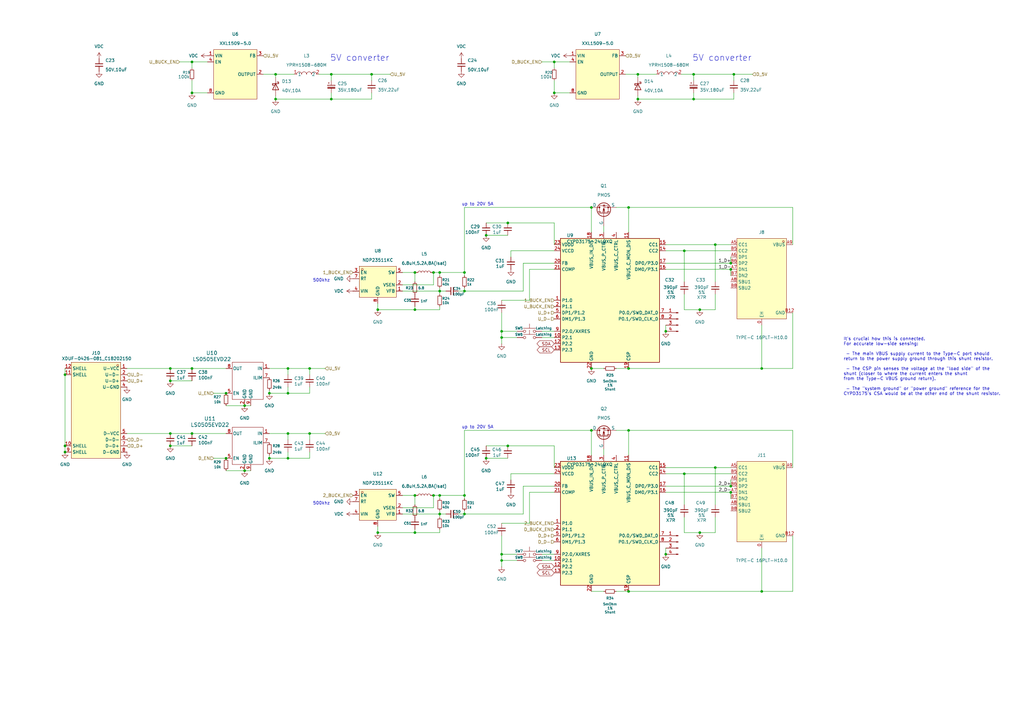
<source format=kicad_sch>
(kicad_sch (version 20250114) (generator "eeschema") (generator_version "9.0")
  (paper "A3")
  (text "up to 20V 5A" (at 202.438 175.26 0) (effects (font (size 1.27 1.27)) (justify right)))
  (text "5V converter" (at 296.164 23.876 0) (effects (font (size 2.54 2.54))))
  (text "up to 20V 5A" (at 202.438 83.82 0) (effects (font (size 1.27 1.27)) (justify right)))
  (text "500khz" (at 131.826 206.502 0) (effects (font (size 1.27 1.27))))
  (text "500khz" (at 131.826 115.062 0) (effects (font (size 1.27 1.27))))
  (text "5V converter" (at 147.574 23.876 0) (effects (font (size 2.54 2.54))))
  (text "It's crucial how this is connected.\nFor accurate low-side sensing:\n\n - The main VBUS supply current to the Type-C port should\nreturn to the power supply ground through this shunt resistor.\n\n - The CSP pin senses the voltage at the \"load side\" of the\nshunt (closer to where the current enters the shunt\nfrom the Type-C VBUS ground return).\n\n - The \"system ground\" or \"power ground\" reference for the\nCYPD3175's CSA would be at the other end of the shunt resistor." (at 345.948 150.368 0) (effects (font (size 1.27 1.27)) (justify left)))
  (junction (at 312.42 151.13))
  (junction (at 284.48 40.64))
  (junction (at 299.72 110.49))
  (junction (at 190.5 119.38))
  (junction (at 180.34 203.2))
  (junction (at 110.49 187.96))
  (junction (at 287.02 127))
  (junction (at 78.74 177.8))
  (junction (at 257.81 242.57))
  (junction (at 100.33 166.37))
  (junction (at 92.71 161.29))
  (junction (at 261.62 40.64))
  (junction (at 199.39 187.96))
  (junction (at 154.94 127))
  (junction (at 69.85 151.13))
  (junction (at 78.74 151.13))
  (junction (at 257.81 176.53))
  (junction (at 257.81 151.13))
  (junction (at 287.02 218.44))
  (junction (at 280.67 194.31))
  (junction (at 127 177.8))
  (junction (at 190.5 203.2))
  (junction (at 177.8 203.2))
  (junction (at 242.57 85.09))
  (junction (at 293.37 191.77))
  (junction (at 180.34 119.38))
  (junction (at 135.89 30.48))
  (junction (at 154.94 218.44))
  (junction (at 170.18 218.44))
  (junction (at 208.28 91.44))
  (junction (at 26.67 185.42))
  (junction (at 69.85 182.88))
  (junction (at 293.37 100.33))
  (junction (at 113.03 40.64))
  (junction (at 69.85 177.8))
  (junction (at 26.67 153.67))
  (junction (at 242.57 176.53))
  (junction (at 180.34 111.76))
  (junction (at 190.5 111.76))
  (junction (at 135.89 40.64))
  (junction (at 152.4 30.48))
  (junction (at 299.72 201.93))
  (junction (at 170.18 111.76))
  (junction (at 273.05 227.33))
  (junction (at 118.11 187.96))
  (junction (at 205.74 135.89))
  (junction (at 26.67 182.88))
  (junction (at 257.81 85.09))
  (junction (at 199.39 96.52))
  (junction (at 280.67 102.87))
  (junction (at 208.28 182.88))
  (junction (at 227.33 25.4))
  (junction (at 170.18 203.2))
  (junction (at 242.57 151.13))
  (junction (at 205.74 229.87))
  (junction (at 299.72 199.39))
  (junction (at 78.74 38.1))
  (junction (at 177.8 111.76))
  (junction (at 118.11 177.8))
  (junction (at 205.74 138.43))
  (junction (at 312.42 242.57))
  (junction (at 100.33 193.04))
  (junction (at 273.05 135.89))
  (junction (at 118.11 151.13))
  (junction (at 78.74 25.4))
  (junction (at 110.49 161.29))
  (junction (at 300.99 30.48))
  (junction (at 190.5 210.82))
  (junction (at 69.85 156.21))
  (junction (at 299.72 107.95))
  (junction (at 118.11 161.29))
  (junction (at 261.62 30.48))
  (junction (at 227.33 38.1))
  (junction (at 92.71 187.96))
  (junction (at 113.03 30.48))
  (junction (at 284.48 30.48))
  (junction (at 180.34 210.82))
  (junction (at 127 151.13))
  (junction (at 170.18 127))
  (junction (at 205.74 227.33))
  (wire (pts (xy 170.18 127) (xy 180.34 127)))
  (wire (pts (xy 273.05 110.49) (xy 299.72 110.49)))
  (wire (pts (xy 222.25 227.33) (xy 227.33 227.33)))
  (wire (pts (xy 261.62 40.64) (xy 284.48 40.64)))
  (wire (pts (xy 52.07 177.8) (xy 69.85 177.8)))
  (wire (pts (xy 227.33 25.4) (xy 227.33 27.94)))
  (wire (pts (xy 135.89 40.64) (xy 135.89 38.1)))
  (wire (pts (xy 78.74 177.8) (xy 92.71 177.8)))
  (wire (pts (xy 300.99 30.48) (xy 308.61 30.48)))
  (wire (pts (xy 170.18 203.2) (xy 170.18 207.01)))
  (wire (pts (xy 205.74 138.43) (xy 205.74 135.89)))
  (wire (pts (xy 242.57 176.53) (xy 242.57 186.69)))
  (wire (pts (xy 325.12 151.13) (xy 325.12 128.27)))
  (wire (pts (xy 312.42 224.79) (xy 312.42 242.57)))
  (wire (pts (xy 284.48 40.64) (xy 284.48 38.1)))
  (wire (pts (xy 177.8 116.84) (xy 177.8 111.76)))
  (wire (pts (xy 252.73 176.53) (xy 257.81 176.53)))
  (wire (pts (xy 312.42 242.57) (xy 325.12 242.57)))
  (wire (pts (xy 242.57 151.13) (xy 247.65 151.13)))
  (wire (pts (xy 261.62 30.48) (xy 269.24 30.48)))
  (wire (pts (xy 133.35 151.13) (xy 127 151.13)))
  (wire (pts (xy 100.33 166.37) (xy 102.87 166.37)))
  (wire (pts (xy 177.8 208.28) (xy 177.8 203.2)))
  (wire (pts (xy 257.81 176.53) (xy 325.12 176.53)))
  (wire (pts (xy 205.74 232.41) (xy 205.74 229.87)))
  (wire (pts (xy 190.5 119.38) (xy 187.96 119.38)))
  (wire (pts (xy 217.17 110.49) (xy 217.17 123.19)))
  (wire (pts (xy 227.33 38.1) (xy 227.33 33.02)))
  (wire (pts (xy 325.12 85.09) (xy 325.12 100.33)))
  (wire (pts (xy 69.85 151.13) (xy 78.74 151.13)))
  (wire (pts (xy 299.72 201.93) (xy 299.72 204.47)))
  (wire (pts (xy 217.17 123.19) (xy 205.74 123.19)))
  (wire (pts (xy 87.63 161.29) (xy 92.71 161.29)))
  (wire (pts (xy 300.99 30.48) (xy 300.99 33.02)))
  (wire (pts (xy 205.74 140.97) (xy 205.74 138.43)))
  (wire (pts (xy 133.35 177.8) (xy 127 177.8)))
  (wire (pts (xy 299.72 110.49) (xy 299.72 113.03)))
  (wire (pts (xy 273.05 107.95) (xy 299.72 107.95)))
  (wire (pts (xy 217.17 214.63) (xy 205.74 214.63)))
  (wire (pts (xy 154.94 124.46) (xy 154.94 127)))
  (wire (pts (xy 299.72 199.39) (xy 299.72 196.85)))
  (wire (pts (xy 190.5 119.38) (xy 214.63 119.38)))
  (wire (pts (xy 118.11 161.29) (xy 127 161.29)))
  (wire (pts (xy 300.99 40.64) (xy 300.99 38.1)))
  (wire (pts (xy 284.48 40.64) (xy 300.99 40.64)))
  (wire (pts (xy 152.4 30.48) (xy 152.4 33.02)))
  (wire (pts (xy 205.74 135.89) (xy 205.74 128.27)))
  (wire (pts (xy 154.94 215.9) (xy 154.94 218.44)))
  (wire (pts (xy 78.74 38.1) (xy 85.09 38.1)))
  (wire (pts (xy 257.81 151.13) (xy 312.42 151.13)))
  (wire (pts (xy 127 158.75) (xy 127 161.29)))
  (wire (pts (xy 154.94 218.44) (xy 170.18 218.44)))
  (wire (pts (xy 69.85 177.8) (xy 78.74 177.8)))
  (wire (pts (xy 227.33 91.44) (xy 227.33 100.33)))
  (wire (pts (xy 208.28 91.44) (xy 227.33 91.44)))
  (wire (pts (xy 199.39 96.52) (xy 208.28 96.52)))
  (wire (pts (xy 293.37 212.09) (xy 293.37 218.44)))
  (wire (pts (xy 130.81 30.48) (xy 135.89 30.48)))
  (wire (pts (xy 118.11 151.13) (xy 110.49 151.13)))
  (wire (pts (xy 190.5 209.55) (xy 190.5 210.82)))
  (wire (pts (xy 180.34 111.76) (xy 190.5 111.76)))
  (wire (pts (xy 113.03 30.48) (xy 120.65 30.48)))
  (wire (pts (xy 110.49 161.29) (xy 118.11 161.29)))
  (wire (pts (xy 190.5 113.03) (xy 190.5 111.76)))
  (wire (pts (xy 222.25 135.89) (xy 227.33 135.89)))
  (wire (pts (xy 154.94 127) (xy 170.18 127)))
  (wire (pts (xy 208.28 182.88) (xy 227.33 182.88)))
  (wire (pts (xy 222.25 138.43) (xy 227.33 138.43)))
  (wire (pts (xy 118.11 185.42) (xy 118.11 187.96)))
  (wire (pts (xy 280.67 194.31) (xy 280.67 207.01)))
  (wire (pts (xy 325.12 242.57) (xy 325.12 219.71)))
  (wire (pts (xy 222.25 25.4) (xy 227.33 25.4)))
  (wire (pts (xy 110.49 161.29) (xy 110.49 160.02)))
  (wire (pts (xy 190.5 85.09) (xy 242.57 85.09)))
  (wire (pts (xy 247.65 184.15) (xy 247.65 186.69)))
  (wire (pts (xy 190.5 118.11) (xy 190.5 119.38)))
  (wire (pts (xy 280.67 102.87) (xy 299.72 102.87)))
  (wire (pts (xy 100.33 193.04) (xy 102.87 193.04)))
  (wire (pts (xy 205.74 227.33) (xy 205.74 219.71)))
  (wire (pts (xy 205.74 138.43) (xy 212.09 138.43)))
  (wire (pts (xy 180.34 127) (xy 180.34 125.73)))
  (wire (pts (xy 190.5 176.53) (xy 242.57 176.53)))
  (wire (pts (xy 135.89 30.48) (xy 152.4 30.48)))
  (wire (pts (xy 257.81 176.53) (xy 257.81 186.69)))
  (wire (pts (xy 252.73 242.57) (xy 257.81 242.57)))
  (wire (pts (xy 256.54 30.48) (xy 261.62 30.48)))
  (wire (pts (xy 87.63 187.96) (xy 92.71 187.96)))
  (wire (pts (xy 205.74 229.87) (xy 212.09 229.87)))
  (wire (pts (xy 69.85 156.21) (xy 78.74 156.21)))
  (wire (pts (xy 209.55 102.87) (xy 209.55 105.41)))
  (wire (pts (xy 261.62 40.64) (xy 261.62 39.37)))
  (wire (pts (xy 190.5 210.82) (xy 214.63 210.82)))
  (wire (pts (xy 127 153.67) (xy 127 151.13)))
  (wire (pts (xy 180.34 210.82) (xy 182.88 210.82)))
  (wire (pts (xy 273.05 194.31) (xy 280.67 194.31)))
  (wire (pts (xy 26.67 182.88) (xy 26.67 185.42)))
  (wire (pts (xy 180.34 203.2) (xy 190.5 203.2)))
  (wire (pts (xy 214.63 210.82) (xy 214.63 199.39)))
  (wire (pts (xy 293.37 120.65) (xy 293.37 127)))
  (wire (pts (xy 279.4 30.48) (xy 284.48 30.48)))
  (wire (pts (xy 252.73 151.13) (xy 257.81 151.13)))
  (wire (pts (xy 180.34 119.38) (xy 180.34 120.65)))
  (wire (pts (xy 227.33 182.88) (xy 227.33 191.77)))
  (wire (pts (xy 257.81 85.09) (xy 257.81 95.25)))
  (wire (pts (xy 280.67 212.09) (xy 280.67 218.44)))
  (wire (pts (xy 209.55 194.31) (xy 209.55 196.85)))
  (wire (pts (xy 26.67 153.67) (xy 26.67 182.88)))
  (wire (pts (xy 273.05 199.39) (xy 299.72 199.39)))
  (wire (pts (xy 127 151.13) (xy 118.11 151.13)))
  (wire (pts (xy 170.18 218.44) (xy 170.18 217.17)))
  (wire (pts (xy 199.39 182.88) (xy 208.28 182.88)))
  (wire (pts (xy 293.37 100.33) (xy 293.37 115.57)))
  (wire (pts (xy 52.07 151.13) (xy 69.85 151.13)))
  (wire (pts (xy 312.42 151.13) (xy 325.12 151.13)))
  (wire (pts (xy 325.12 176.53) (xy 325.12 191.77)))
  (wire (pts (xy 118.11 187.96) (xy 127 187.96)))
  (wire (pts (xy 26.67 151.13) (xy 26.67 153.67)))
  (wire (pts (xy 127 177.8) (xy 118.11 177.8)))
  (wire (pts (xy 293.37 191.77) (xy 299.72 191.77)))
  (wire (pts (xy 170.18 111.76) (xy 170.18 115.57)))
  (wire (pts (xy 227.33 38.1) (xy 233.68 38.1)))
  (wire (pts (xy 180.34 111.76) (xy 180.34 113.03)))
  (wire (pts (xy 273.05 102.87) (xy 280.67 102.87)))
  (wire (pts (xy 118.11 180.34) (xy 118.11 177.8)))
  (wire (pts (xy 205.74 229.87) (xy 205.74 227.33)))
  (wire (pts (xy 209.55 102.87) (xy 227.33 102.87)))
  (wire (pts (xy 214.63 119.38) (xy 214.63 107.95)))
  (wire (pts (xy 110.49 187.96) (xy 110.49 186.69)))
  (wire (pts (xy 190.5 203.2) (xy 190.5 176.53)))
  (wire (pts (xy 152.4 30.48) (xy 160.02 30.48)))
  (wire (pts (xy 127 180.34) (xy 127 177.8)))
  (wire (pts (xy 284.48 30.48) (xy 300.99 30.48)))
  (wire (pts (xy 293.37 218.44) (xy 287.02 218.44)))
  (wire (pts (xy 180.34 118.11) (xy 180.34 119.38)))
  (wire (pts (xy 127 185.42) (xy 127 187.96)))
  (wire (pts (xy 180.34 218.44) (xy 180.34 217.17)))
  (wire (pts (xy 78.74 25.4) (xy 78.74 27.94)))
  (wire (pts (xy 273.05 201.93) (xy 299.72 201.93)))
  (wire (pts (xy 280.67 120.65) (xy 280.67 127)))
  (wire (pts (xy 170.18 127) (xy 170.18 125.73)))
  (wire (pts (xy 299.72 107.95) (xy 299.72 105.41)))
  (wire (pts (xy 165.1 210.82) (xy 180.34 210.82)))
  (wire (pts (xy 247.65 92.71) (xy 247.65 95.25)))
  (wire (pts (xy 113.03 31.75) (xy 113.03 30.48)))
  (wire (pts (xy 214.63 199.39) (xy 227.33 199.39)))
  (wire (pts (xy 252.73 85.09) (xy 257.81 85.09)))
  (wire (pts (xy 293.37 191.77) (xy 293.37 207.01)))
  (wire (pts (xy 222.25 229.87) (xy 227.33 229.87)))
  (wire (pts (xy 190.5 111.76) (xy 190.5 85.09)))
  (wire (pts (xy 78.74 38.1) (xy 78.74 33.02)))
  (wire (pts (xy 92.71 166.37) (xy 100.33 166.37)))
  (wire (pts (xy 273.05 224.79) (xy 273.05 227.33)))
  (wire (pts (xy 190.5 204.47) (xy 190.5 203.2)))
  (wire (pts (xy 261.62 31.75) (xy 261.62 30.48)))
  (wire (pts (xy 92.71 193.04) (xy 100.33 193.04)))
  (wire (pts (xy 280.67 218.44) (xy 287.02 218.44)))
  (wire (pts (xy 177.8 203.2) (xy 180.34 203.2)))
  (wire (pts (xy 227.33 25.4) (xy 233.68 25.4)))
  (wire (pts (xy 280.67 102.87) (xy 280.67 115.57)))
  (wire (pts (xy 110.49 187.96) (xy 118.11 187.96)))
  (wire (pts (xy 118.11 158.75) (xy 118.11 161.29)))
  (wire (pts (xy 190.5 210.82) (xy 187.96 210.82)))
  (wire (pts (xy 217.17 201.93) (xy 217.17 214.63)))
  (wire (pts (xy 118.11 153.67) (xy 118.11 151.13)))
  (wire (pts (xy 152.4 40.64) (xy 152.4 38.1)))
  (wire (pts (xy 113.03 40.64) (xy 135.89 40.64)))
  (wire (pts (xy 217.17 201.93) (xy 227.33 201.93)))
  (wire (pts (xy 280.67 127) (xy 287.02 127)))
  (wire (pts (xy 214.63 107.95) (xy 227.33 107.95)))
  (wire (pts (xy 165.1 116.84) (xy 177.8 116.84)))
  (wire (pts (xy 180.34 119.38) (xy 182.88 119.38)))
  (wire (pts (xy 78.74 25.4) (xy 85.09 25.4)))
  (wire (pts (xy 205.74 227.33) (xy 212.09 227.33)))
  (wire (pts (xy 284.48 33.02) (xy 284.48 30.48)))
  (wire (pts (xy 209.55 194.31) (xy 227.33 194.31)))
  (wire (pts (xy 165.1 111.76) (xy 170.18 111.76)))
  (wire (pts (xy 180.34 203.2) (xy 180.34 204.47)))
  (wire (pts (xy 113.03 40.64) (xy 113.03 39.37)))
  (wire (pts (xy 180.34 209.55) (xy 180.34 210.82)))
  (wire (pts (xy 107.95 30.48) (xy 113.03 30.48)))
  (wire (pts (xy 273.05 133.35) (xy 273.05 135.89)))
  (wire (pts (xy 273.05 191.77) (xy 293.37 191.77)))
  (wire (pts (xy 170.18 218.44) (xy 180.34 218.44)))
  (wire (pts (xy 78.74 151.13) (xy 92.71 151.13)))
  (wire (pts (xy 293.37 127) (xy 287.02 127)))
  (wire (pts (xy 165.1 208.28) (xy 177.8 208.28)))
  (wire (pts (xy 242.57 242.57) (xy 247.65 242.57)))
  (wire (pts (xy 242.57 85.09) (xy 242.57 95.25)))
  (wire (pts (xy 217.17 110.49) (xy 227.33 110.49)))
  (wire (pts (xy 257.81 242.57) (xy 312.42 242.57)))
  (wire (pts (xy 180.34 210.82) (xy 180.34 212.09)))
  (wire (pts (xy 280.67 194.31) (xy 299.72 194.31)))
  (wire (pts (xy 135.89 40.64) (xy 152.4 40.64)))
  (wire (pts (xy 118.11 177.8) (xy 110.49 177.8)))
  (wire (pts (xy 273.05 100.33) (xy 293.37 100.33)))
  (wire (pts (xy 135.89 33.02) (xy 135.89 30.48)))
  (wire (pts (xy 293.37 100.33) (xy 299.72 100.33)))
  (wire (pts (xy 73.66 25.4) (xy 78.74 25.4)))
  (wire (pts (xy 257.81 85.09) (xy 325.12 85.09)))
  (wire (pts (xy 205.74 135.89) (xy 212.09 135.89)))
  (wire (pts (xy 69.85 182.88) (xy 78.74 182.88)))
  (wire (pts (xy 165.1 203.2) (xy 170.18 203.2)))
  (wire (pts (xy 312.42 133.35) (xy 312.42 151.13)))
  (wire (pts (xy 199.39 187.96) (xy 208.28 187.96)))
  (wire (pts (xy 165.1 119.38) (xy 180.34 119.38)))
  (wire (pts (xy 177.8 111.76) (xy 180.34 111.76)))
  (wire (pts (xy 199.39 91.44) (xy 208.28 91.44)))
  (label "1_D+" (at 294.64 107.95 0))
  (label "2_D-" (at 294.724 201.93 0))
  (label "1_D-" (at 294.724 110.49 0))
  (label "2_D+" (at 294.64 199.39 0))
  (global_label "SDA" (shape bidirectional) (at 227.33 140.97 180) (property "Intersheetrefs" "${INTERSHEET_REFS}" (effects (hide yes))))
  (global_label "SDA" (shape bidirectional) (at 227.33 232.41 180) (property "Intersheetrefs" "${INTERSHEET_REFS}" (effects (hide yes))))
  (global_label "SCL" (shape bidirectional) (at 227.33 234.95 180) (property "Intersheetrefs" "${INTERSHEET_REFS}" (effects (hide yes))))
  (global_label "SCL" (shape bidirectional) (at 227.33 143.51 180) (property "Intersheetrefs" "${INTERSHEET_REFS}" (effects (hide yes))))
  (hierarchical_label "D_5V" (shape input) (at 256.54 22.86 0))
  (hierarchical_label "U_BUCK_EN" (shape input) (at 227.33 125.73 180))
  (hierarchical_label "U_D+" (shape input) (at 227.33 128.27 180))
  (hierarchical_label "U_EN" (shape input) (at 87.63 161.29 180))
  (hierarchical_label "U_BUCK_EN" (shape input) (at 73.66 25.4 180))
  (hierarchical_label "D_D-" (shape input) (at 227.33 222.25 180))
  (hierarchical_label "D_D+" (shape input) (at 52.07 182.88 0))
  (hierarchical_label "U_D-" (shape input) (at 227.33 130.81 180))
  (hierarchical_label "D_BUCK_EN" (shape input) (at 227.33 217.17 180))
  (hierarchical_label "2_BUCK_EN" (shape input) (at 227.33 214.63 180))
  (hierarchical_label "U_D+" (shape input) (at 52.07 156.21 0))
  (hierarchical_label "1_BUCK_EN" (shape input) (at 144.78 111.76 180))
  (hierarchical_label "D_D+" (shape input) (at 227.33 219.71 180))
  (hierarchical_label "2_BUCK_EN" (shape input) (at 144.78 203.2 180))
  (hierarchical_label "U_5V" (shape input) (at 107.95 22.86 0))
  (hierarchical_label "D_D-" (shape input) (at 52.07 180.34 0))
  (hierarchical_label "D_5V" (shape input) (at 308.61 30.48 0))
  (hierarchical_label "D_BUCK_EN" (shape input) (at 222.25 25.4 180))
  (hierarchical_label "U_5V" (shape input) (at 160.02 30.48 0))
  (hierarchical_label "U_D-" (shape input) (at 52.07 153.67 0))
  (hierarchical_label "1_BUCK_EN" (shape input) (at 227.33 123.19 180))
  (hierarchical_label "D_5V" (shape input) (at 133.35 177.8 0))
  (hierarchical_label "D_EN" (shape input) (at 87.63 187.96 180))
  (hierarchical_label "U_5V" (shape input) (at 133.35 151.13 0))
  (symbol (lib_id "power:GND") (at 199.39 96.52 0) (unit 1)
    (property "Reference" "#PWR063" (effects (hide yes)))
    (property "Value" "GND" (at 199.39 101.6 0))
    (property "Description" "Power symbol creates a global label with name \"GND\" , ground" (effects (hide yes)))
  )
  (symbol (lib_id "power:GND") (at 199.39 187.96 0) (unit 1)
    (property "Reference" "#PWR080" (effects (hide yes)))
    (property "Value" "GND" (at 199.39 193.04 0))
    (property "Description" "Power symbol creates a global label with name \"GND\" , ground" (effects (hide yes)))
  )
  (symbol (lib_id "misc:CYPD3175-24LQXQ") (at 250.19 123.19 0) (unit 1)
    (property "Reference" "U9" (at 232.41 96.52 0) (effects (justify left)))
    (property "Value" "CYPD3175-24LQXQ" (at 232.41 99.06 0) (effects (justify left)))
    (property "Footprint" "Package_DFN_QFN:QFN-24-1EP_4x4mm_P0.5mm_EP2.7x2.7mm_ThermalVias" (effects (hide yes)))
    (property "Datasheet" "https://www.infineon.com/dgdl/Infineon-EZ-PD(TM)_CCG3PA_Datasheet_USB_Type-C_Port_Controller-DataSheet-v09_00-EN.pdf?fileId=8ac78c8c7d0d8da4017d0ee438366ac0" (effects (hide yes)))
    (property "Description" "USB Type-C port controller, Cortex®-M0 processor, DFP CC with direct feedback bootloader, QFN-24" (effects (hide yes)))
  )
  (symbol (lib_id "Device:C_Small") (at 185.42 210.82 90) (unit 1)
    (property "Reference" "C50" (at 188.976 209.804 90) (effects (font (size 1.016 1.016)) (justify left)))
    (property "Value" "100pF" (at 190.5 212.09 90) (effects (font (size 1.016 1.016)) (justify left)))
    (property "Footprint" "Capacitor_SMD:C_0201_0603Metric_Pad0.64x0.40mm_HandSolder" (effects (hide yes)))
    (property "Description" "Unpolarized capacitor, small symbol" (effects (hide yes)))
  )
  (symbol (lib_id "power:VDC") (at 40.64 24.13 0) (unit 1)
    (property "Reference" "#PWR055" (effects (hide yes)))
    (property "Value" "VDC" (at 40.64 19.05 0))
    (property "Description" "Power symbol creates a global label with name \"VDC\"" (effects (hide yes)))
  )
  (symbol (lib_id "Simulation_SPICE:PMOS") (at 247.65 87.63 90) (unit 1)
    (property "Reference" "Q1" (at 247.65 76.2 90))
    (property "Value" "PMOS" (at 247.65 80.01 90))
    (property "Footprint" "easyeda2kicad:PDFN-8_L5.2-W5.9-P1.27-LS6.2-BL" (effects (hide yes)))
    (property "Datasheet" "https://ngspice.sourceforge.io/docs/ngspice-html-manual/manual.xhtml#cha_MOSFETs" (effects (hide yes)))
    (property "Description" "P-MOSFET transistor, drain/source/gate" (effects (hide yes)))
    (property "Sim.Device" "PMOS" (effects (hide yes)))
    (property "Sim.Type" "VDMOS" (effects (hide yes)))
    (property "Sim.Pins" "1=D 2=G 3=S" (effects (hide yes)))
  )
  (symbol (lib_id "power:GND") (at 209.55 201.93 0) (unit 1)
    (property "Reference" "#PWR082" (effects (hide yes)))
    (property "Value" "GND" (at 209.55 207.01 0))
    (property "Description" "Power symbol creates a global label with name \"GND\" , ground" (effects (hide yes)))
  )
  (symbol (lib_id "easyeda2kicad:XDUF-0426-081_C18202150") (at 39.37 161.29 0) (mirror y) (unit 1)
    (property "Reference" "J10" (at 39.37 144.78 0))
    (property "Value" "XDUF-0426-081_C18202150" (at 39.624 147.066 0))
    (property "Footprint" "easyeda2kicad:USB-A-TH_XDUF-0426-081" (effects (hide yes)))
    (property "LCSC Part" "C18202150" (effects (hide yes)))
  )
  (symbol (lib_id "Device:R_Small") (at 170.18 209.55 0) (unit 1)
    (property "Reference" "R32" (at 166.37 209.55 0) (effects (font (size 1.016 1.016)) (justify left)))
    (property "Value" "6.8" (at 171.45 209.55 0) (effects (font (size 1.016 1.016)) (justify left)))
    (property "Footprint" "Resistor_SMD:R_0402_1005Metric_Pad0.72x0.64mm_HandSolder" (effects (hide yes)))
    (property "Description" "Resistor, small symbol" (effects (hide yes)))
  )
  (symbol (lib_id "Switch:SW_Push") (at 217.17 227.33 0) (unit 1) (on_board no)
    (property "Reference" "SW7" (at 212.852 226.06 0) (effects (font (size 1.016 1.016))))
    (property "Value" "Latching" (at 223.012 226.06 0) (effects (font (size 1.016 1.016))))
    (property "Footprint" "easyeda2kicad:SW-TH_6P-L8.0-W8.0-P2.50" (effects (hide yes)))
    (property "Description" "Push button switch, generic, two pins" (effects (hide yes)))
  )
  (symbol (lib_id "power:GND") (at 69.85 182.88 0) (unit 1)
    (property "Reference" "#PWR076" (effects (hide yes)))
    (property "Value" "GND" (at 69.85 187.96 0))
    (property "Description" "Power symbol creates a global label with name \"GND\" , ground" (effects (hide yes)))
  )
  (symbol (lib_id "power:VDC") (at 233.68 22.86 90) (unit 1)
    (property "Reference" "#PWR054" (effects (hide yes)))
    (property "Value" "VDC" (at 229.87 22.8599 90) (effects (justify left)))
    (property "Description" "Power symbol creates a global label with name \"VDC\"" (effects (hide yes)))
  )
  (symbol (lib_id "power:GND") (at 287.02 127 0) (unit 1)
    (property "Reference" "#PWR067" (effects (hide yes)))
    (property "Value" "GND" (at 287.02 132.08 0))
    (property "Description" "Power symbol creates a global label with name \"GND\" , ground" (effects (hide yes)))
  )
  (symbol (lib_id "Device:C_Polarized_Small") (at 284.48 35.56 0) (unit 1)
    (property "Reference" "C27" (at 287.02 34.29 0) (effects (justify left)))
    (property "Value" "35V,180uF" (at 287.02 36.9188 0) (effects (justify left)))
    (property "Footprint" "Capacitor_THT:CP_Radial_D8.0mm_P5.00mm" (effects (hide yes)))
    (property "Description" "Polarized capacitor, small symbol" (effects (hide yes)))
  )
  (symbol (lib_id "Device:C_Small") (at 300.99 35.56 0) (unit 1)
    (property "Reference" "C28" (at 303.53 33.02 0) (effects (justify left)))
    (property "Value" "35V,22uF" (at 303.53 36.83 0) (effects (justify left)))
    (property "Footprint" "Capacitor_SMD:C_0805_2012Metric_Pad1.18x1.45mm_HandSolder" (effects (hide yes)))
    (property "Description" "Unpolarized capacitor, small symbol" (effects (hide yes)))
  )
  (symbol (lib_id "power:GND") (at 40.64 29.21 0) (unit 1)
    (property "Reference" "#PWR057" (effects (hide yes)))
    (property "Value" "GND" (at 40.64 34.29 0))
    (property "Description" "Power symbol creates a global label with name \"GND\" , ground" (effects (hide yes)))
  )
  (symbol (lib_id "Device:R_Small") (at 92.71 163.83 0) (mirror y) (unit 1)
    (property "Reference" "R27" (at 90.678 162.8141 0) (effects (font (size 1.016 1.016)) (justify left)))
    (property "Value" "10k" (at 90.678 164.846 0) (effects (font (size 1.016 1.016)) (justify left)))
    (property "Footprint" "Resistor_SMD:R_0402_1005Metric_Pad0.72x0.64mm_HandSolder" (effects (hide yes)))
    (property "Description" "Resistor, small symbol" (effects (hide yes)))
  )
  (symbol (lib_id "power:GND") (at 209.55 110.49 0) (unit 1)
    (property "Reference" "#PWR064" (effects (hide yes)))
    (property "Value" "GND" (at 209.55 115.57 0))
    (property "Description" "Power symbol creates a global label with name \"GND\" , ground" (effects (hide yes)))
  )
  (symbol (lib_id "power:VDC") (at 85.09 22.86 90) (unit 1)
    (property "Reference" "#PWR053" (effects (hide yes)))
    (property "Value" "VDC" (at 81.28 22.8599 90) (effects (justify left)))
    (property "Description" "Power symbol creates a global label with name \"VDC\"" (effects (hide yes)))
  )
  (symbol (lib_id "Device:C_Small") (at 152.4 35.56 0) (unit 1)
    (property "Reference" "C26" (at 154.94 33.02 0) (effects (justify left)))
    (property "Value" "35V,22uF" (at 154.94 36.83 0) (effects (justify left)))
    (property "Footprint" "Capacitor_SMD:C_0805_2012Metric_Pad1.18x1.45mm_HandSolder" (effects (hide yes)))
    (property "Description" "Unpolarized capacitor, small symbol" (effects (hide yes)))
  )
  (symbol (lib_id "Device:C_Small") (at 205.74 125.73 0) (mirror y) (unit 1)
    (property "Reference" "C36" (at 199.644 124.46 0) (effects (justify right)))
    (property "Value" "100nF" (at 198.628 127 0) (effects (justify right)))
    (property "Footprint" "Capacitor_SMD:C_0201_0603Metric_Pad0.64x0.40mm_HandSolder" (effects (hide yes)))
    (property "Description" "Unpolarized capacitor, small symbol" (effects (hide yes)))
  )
  (symbol (lib_id "Device:R_Small") (at 227.33 30.48 180) (unit 1)
    (property "Reference" "R20" (at 225.044 29.718 0) (effects (font (size 1.016 1.016))))
    (property "Value" "100k" (at 224.028 31.496 0))
    (property "Footprint" "Resistor_SMD:R_0402_1005Metric_Pad0.72x0.64mm_HandSolder" (effects (hide yes)))
    (property "Description" "Resistor, small symbol" (effects (hide yes)))
  )
  (symbol (lib_id "Device:R_Small") (at 180.34 123.19 0) (unit 1)
    (property "Reference" "R24" (at 181.356 122.428 0) (effects (font (size 1.016 1.016)) (justify left)))
    (property "Value" "10k" (at 181.356 124.206 0) (effects (font (size 1.016 1.016)) (justify left)))
    (property "Footprint" "Resistor_SMD:R_0402_1005Metric_Pad0.72x0.64mm_HandSolder" (effects (hide yes)))
    (property "Description" "Resistor, small symbol" (effects (hide yes)))
  )
  (symbol (lib_id "Device:R_Small") (at 110.49 157.48 0) (unit 1)
    (property "Reference" "R26" (at 111.76 156.21 0) (effects (font (size 1.016 1.016)) (justify left)))
    (property "Value" "249k" (at 111.76 158.877 0) (effects (font (size 1.016 1.016)) (justify left)))
    (property "Footprint" "Resistor_SMD:R_0402_1005Metric_Pad0.72x0.64mm_HandSolder" (effects (hide yes)))
    (property "Description" "Resistor, small symbol" (effects (hide yes)))
  )
  (symbol (lib_id "Device:C_Polarized_Small") (at 135.89 35.56 0) (unit 1)
    (property "Reference" "C25" (at 138.43 34.29 0) (effects (justify left)))
    (property "Value" "35V,180uF" (at 138.43 36.9188 0) (effects (justify left)))
    (property "Footprint" "Capacitor_THT:CP_Radial_D8.0mm_P5.00mm" (effects (hide yes)))
    (property "Description" "Polarized capacitor, small symbol" (effects (hide yes)))
  )
  (symbol (lib_id "Device:C_Small") (at 118.11 156.21 180) (unit 1)
    (property "Reference" "C39" (at 120.65 155.194 0) (effects (justify right)))
    (property "Value" "1uF" (at 120.65 157.48 0) (effects (justify right)))
    (property "Footprint" "Capacitor_SMD:C_0402_1005Metric_Pad0.74x0.62mm_HandSolder" (effects (hide yes)))
    (property "Description" "Unpolarized capacitor, small symbol" (effects (hide yes)))
  )
  (symbol (lib_id "easyeda2kicad:YPRH1508-680M") (at 125.73 30.48 0) (unit 1)
    (property "Reference" "L3" (at 125.73 22.86 0))
    (property "Value" "YPRH1508-680M" (at 125.73 26.67 0))
    (property "Footprint" "easyeda2kicad:IND-SMD_L15.0-W15.0" (effects (hide yes)))
    (property "LCSC Part" "C970544" (effects (hide yes)))
  )
  (symbol (lib_id "power:VDC") (at 144.78 210.82 90) (unit 1)
    (property "Reference" "#PWR0276" (effects (hide yes)))
    (property "Value" "VDC" (at 140.97 210.8199 90) (effects (justify left)))
    (property "Description" "Power symbol creates a global label with name \"VDC\"" (effects (hide yes)))
  )
  (symbol (lib_id "power:GND") (at 273.05 227.33 0) (mirror y) (unit 1)
    (property "Reference" "#PWR088" (effects (hide yes)))
    (property "Value" "GND" (at 273.05 232.41 0))
    (property "Description" "Power symbol creates a global label with name \"GND\" , ground" (effects (hide yes)))
  )
  (symbol (lib_id "Device:C_Small") (at 199.39 185.42 0) (mirror x) (unit 1)
    (property "Reference" "C45" (at 196.85 184.404 0) (effects (justify right)))
    (property "Value" "100nF" (at 196.85 186.69 0) (effects (justify right)))
    (property "Footprint" "Capacitor_SMD:C_0201_0603Metric_Pad0.64x0.40mm_HandSolder" (effects (hide yes)))
    (property "Description" "Unpolarized capacitor, small symbol" (effects (hide yes)))
  )
  (symbol (lib_id "easyeda2kicad:XXL1509-5.0") (at 245.11 30.48 0) (mirror y) (unit 1)
    (property "Reference" "U7" (at 245.11 13.97 0))
    (property "Value" "XXL1509-5.0" (at 245.11 17.78 0))
    (property "Footprint" "easyeda2kicad:SOIC-8_L4.9-W3.9-P1.27-LS6.0-BL" (effects (hide yes)))
    (property "LCSC Part" "C42376977" (effects (hide yes)))
  )
  (symbol (lib_id "Device:C_Small") (at 293.37 209.55 0) (mirror y) (unit 1)
    (property "Reference" "C49" (at 289.306 206.248 0) (effects (justify left)))
    (property "Value" "390pF\n5%\nX7R" (at 290.83 211.328 0) (effects (justify left)))
    (property "Footprint" "Capacitor_SMD:C_0603_1608Metric_Pad1.08x0.95mm_HandSolder" (effects (hide yes)))
    (property "Description" "Unpolarized capacitor, small symbol" (effects (hide yes)))
  )
  (symbol (lib_id "power:GND") (at 205.74 232.41 0) (unit 1)
    (property "Reference" "#PWR086" (effects (hide yes)))
    (property "Value" "GND" (at 205.74 237.49 0))
    (property "Description" "Power symbol creates a global label with name \"GND\" , ground" (effects (hide yes)))
  )
  (symbol (lib_id "easyeda2kicad:YPRH1508-680M") (at 274.32 30.48 0) (unit 1)
    (property "Reference" "L4" (at 274.32 22.86 0))
    (property "Value" "YPRH1508-680M" (at 274.32 26.67 0))
    (property "Footprint" "easyeda2kicad:IND-SMD_L15.0-W15.0" (effects (hide yes)))
    (property "LCSC Part" "C970544" (effects (hide yes)))
  )
  (symbol (lib_id "power:VDC") (at 144.78 119.38 90) (unit 1)
    (property "Reference" "#PWR0275" (effects (hide yes)))
    (property "Value" "VDC" (at 140.97 119.3799 90) (effects (justify left)))
    (property "Description" "Power symbol creates a global label with name \"VDC\"" (effects (hide yes)))
  )
  (symbol (lib_id "Device:D_Schottky") (at 261.62 35.56 270) (unit 1)
    (property "Reference" "D14" (at 264.16 33.3374 90) (effects (justify left)))
    (property "Value" "40V,10A" (at 264.16 37.1474 90) (effects (justify left)))
    (property "Footprint" "Diode_SMD:D_SMB_Handsoldering" (effects (hide yes)))
    (property "Description" "Schottky diode" (effects (hide yes)))
  )
  (symbol (lib_id "Device:C_Small") (at 185.42 119.38 90) (unit 1)
    (property "Reference" "C34" (at 188.976 118.364 90) (effects (font (size 1.016 1.016)) (justify left)))
    (property "Value" "100pF" (at 190.5 120.65 90) (effects (font (size 1.016 1.016)) (justify left)))
    (property "Footprint" "Capacitor_SMD:C_0201_0603Metric_Pad0.64x0.40mm_HandSolder" (effects (hide yes)))
    (property "Description" "Unpolarized capacitor, small symbol" (effects (hide yes)))
  )
  (symbol (lib_id "power:GND") (at 52.07 158.75 0) (mirror y) (unit 1)
    (property "Reference" "#PWR073" (effects (hide yes)))
    (property "Value" "GND" (at 52.07 163.83 0))
    (property "Description" "Power symbol creates a global label with name \"GND\" , ground" (effects (hide yes)))
  )
  (symbol (lib_id "LS0505EVD22:LS0505EVD22") (at 115.57 177.8 0) (mirror y) (unit 1)
    (property "Reference" "U11" (at 86.106 171.704 0) (effects (font (size 1.524 1.524))))
    (property "Value" "LS0505EVD22" (at 86.106 174.244 0) (effects (font (size 1.524 1.524))))
    (property "Footprint" "LS0505EVD22:LS0505EVD22_LTF" (effects (hide yes)))
    (property "Datasheet" "LS0505EVD22" (effects (hide yes)))
  )
  (symbol (lib_id "Switch:SW_Push") (at 217.17 138.43 0) (unit 1) (on_board no)
    (property "Reference" "SW6" (at 212.852 137.16 0) (effects (font (size 1.016 1.016))))
    (property "Value" "Latching" (at 223.012 137.16 0) (effects (font (size 1.016 1.016))))
    (property "Footprint" "easyeda2kicad:SW-TH_6P-L8.0-W8.0-P2.50" (effects (hide yes)))
    (property "Description" "Push button switch, generic, two pins" (effects (hide yes)))
  )
  (symbol (lib_id "power:GND") (at 205.74 140.97 0) (unit 1)
    (property "Reference" "#PWR068" (effects (hide yes)))
    (property "Value" "GND" (at 205.74 146.05 0))
    (property "Description" "Power symbol creates a global label with name \"GND\" , ground" (effects (hide yes)))
  )
  (symbol (lib_id "Device:C_Small") (at 69.85 180.34 180) (unit 1)
    (property "Reference" "C41" (at 72.39 179.324 0) (effects (justify right)))
    (property "Value" "1uF" (at 72.39 181.61 0) (effects (justify right)))
    (property "Footprint" "Capacitor_SMD:C_0402_1005Metric_Pad0.74x0.62mm_HandSolder" (effects (hide yes)))
    (property "Description" "Unpolarized capacitor, small symbol" (effects (hide yes)))
  )
  (symbol (lib_id "power:VDC") (at 189.23 24.13 0) (unit 1)
    (property "Reference" "#PWR056" (effects (hide yes)))
    (property "Value" "VDC" (at 189.23 19.05 0))
    (property "Description" "Power symbol creates a global label with name \"VDC\"" (effects (hide yes)))
  )
  (symbol (lib_id "easyeda2kicad:NDP23511KC") (at 154.94 207.01 0) (unit 1)
    (property "Reference" "U12" (at 154.94 194.31 0))
    (property "Value" "NDP23511KC" (at 154.94 198.12 0))
    (property "Footprint" "easyeda2kicad:SOP-8_L4.9-W3.9-P1.27-LS6.0-BL" (effects (hide yes)))
    (property "LCSC Part" "C17702285" (effects (hide yes)))
  )
  (symbol (lib_id "Device:C_Small") (at 118.11 182.88 180) (unit 1)
    (property "Reference" "C43" (at 120.65 181.864 0) (effects (justify right)))
    (property "Value" "1uF" (at 120.65 184.15 0) (effects (justify right)))
    (property "Footprint" "Capacitor_SMD:C_0402_1005Metric_Pad0.74x0.62mm_HandSolder" (effects (hide yes)))
    (property "Description" "Unpolarized capacitor, small symbol" (effects (hide yes)))
  )
  (symbol (lib_id "Device:C_Small") (at 208.28 93.98 0) (mirror x) (unit 1)
    (property "Reference" "C30" (at 205.74 92.964 0) (effects (justify right)))
    (property "Value" "1uF" (at 205.74 95.25 0) (effects (justify right)))
    (property "Footprint" "Capacitor_SMD:C_0402_1005Metric_Pad0.74x0.62mm_HandSolder" (effects (hide yes)))
    (property "Description" "Unpolarized capacitor, small symbol" (effects (hide yes)))
  )
  (symbol (lib_id "power:GND") (at 78.74 38.1 0) (mirror y) (unit 1)
    (property "Reference" "#PWR059" (effects (hide yes)))
    (property "Value" "GND" (at 78.74 43.18 0))
    (property "Description" "Power symbol creates a global label with name \"GND\" , ground" (effects (hide yes)))
  )
  (symbol (lib_id "power:GND") (at 154.94 127 0) (unit 1)
    (property "Reference" "#PWR066" (effects (hide yes)))
    (property "Value" "GND" (at 154.94 132.08 0))
    (property "Description" "Power symbol creates a global label with name \"GND\" , ground" (effects (hide yes)))
  )
  (symbol (lib_id "power:GND") (at 242.57 151.13 0) (unit 1)
    (property "Reference" "#PWR071" (effects (hide yes)))
    (property "Value" "GND" (at 242.57 156.21 0))
    (property "Description" "Power symbol creates a global label with name \"GND\" , ground" (effects (hide yes)))
  )
  (symbol (lib_id "misc:CYPD3175-24LQXQ") (at 250.19 214.63 0) (unit 1)
    (property "Reference" "U13" (at 232.41 187.96 0) (effects (justify left)))
    (property "Value" "CYPD3175-24LQXQ" (at 232.41 190.5 0) (effects (justify left)))
    (property "Footprint" "Package_DFN_QFN:QFN-24-1EP_4x4mm_P0.5mm_EP2.7x2.7mm_ThermalVias" (effects (hide yes)))
    (property "Datasheet" "https://www.infineon.com/dgdl/Infineon-EZ-PD(TM)_CCG3PA_Datasheet_USB_Type-C_Port_Controller-DataSheet-v09_00-EN.pdf?fileId=8ac78c8c7d0d8da4017d0ee438366ac0" (effects (hide yes)))
    (property "Description" "USB Type-C port controller, Cortex®-M0 processor, DFP CC with direct feedback bootloader, QFN-24" (effects (hide yes)))
  )
  (symbol (lib_id "Device:D_Schottky") (at 113.03 35.56 270) (unit 1)
    (property "Reference" "D13" (at 115.57 33.3374 90) (effects (justify left)))
    (property "Value" "40V,10A" (at 115.57 37.1474 90) (effects (justify left)))
    (property "Footprint" "Diode_SMD:D_SMB_Handsoldering" (effects (hide yes)))
    (property "Description" "Schottky diode" (effects (hide yes)))
  )
  (symbol (lib_id "Device:R_Small") (at 78.74 30.48 180) (unit 1)
    (property "Reference" "R19" (at 76.454 29.718 0) (effects (font (size 1.016 1.016))))
    (property "Value" "100k" (at 75.438 31.496 0))
    (property "Footprint" "Resistor_SMD:R_0402_1005Metric_Pad0.72x0.64mm_HandSolder" (effects (hide yes)))
    (property "Description" "Resistor, small symbol" (effects (hide yes)))
  )
  (symbol (lib_id "power:GND") (at 110.49 161.29 0) (mirror y) (unit 1)
    (property "Reference" "#PWR074" (effects (hide yes)))
    (property "Value" "GND" (at 110.49 166.37 0))
    (property "Description" "Power symbol creates a global label with name \"GND\" , ground" (effects (hide yes)))
  )
  (symbol (lib_id "Device:R_Small") (at 190.5 115.57 0) (unit 1)
    (property "Reference" "R22" (at 191.516 114.808 0) (effects (font (size 1.016 1.016)) (justify left)))
    (property "Value" "1k" (at 191.516 116.586 0) (effects (font (size 1.016 1.016)) (justify left)))
    (property "Footprint" "Resistor_SMD:R_0402_1005Metric_Pad0.72x0.64mm_HandSolder" (effects (hide yes)))
    (property "Description" "Resistor, small symbol" (effects (hide yes)))
  )
  (symbol (lib_id "Device:C_Small") (at 280.67 118.11 0) (mirror y) (unit 1)
    (property "Reference" "C32" (at 276.606 114.808 0) (effects (justify left)))
    (property "Value" "390pF\n5%\nX7R" (at 278.13 119.888 0) (effects (justify left)))
    (property "Footprint" "Capacitor_SMD:C_0603_1608Metric_Pad1.08x0.95mm_HandSolder" (effects (hide yes)))
    (property "Description" "Unpolarized capacitor, small symbol" (effects (hide yes)))
  )
  (symbol (lib_id "power:GND") (at 154.94 218.44 0) (unit 1)
    (property "Reference" "#PWR084" (effects (hide yes)))
    (property "Value" "GND" (at 154.94 223.52 0))
    (property "Description" "Power symbol creates a global label with name \"GND\" , ground" (effects (hide yes)))
  )
  (symbol (lib_id "power:GND") (at 189.23 29.21 0) (unit 1)
    (property "Reference" "#PWR058" (effects (hide yes)))
    (property "Value" "GND" (at 189.23 34.29 0))
    (property "Description" "Power symbol creates a global label with name \"GND\" , ground" (effects (hide yes)))
  )
  (symbol (lib_id "power:GND") (at 100.33 166.37 0) (mirror y) (unit 1)
    (property "Reference" "#PWR075" (effects (hide yes)))
    (property "Value" "GND" (at 100.33 171.45 0))
    (property "Description" "Power symbol creates a global label with name \"GND\" , ground" (effects (hide yes)))
  )
  (symbol (lib_id "power:GND") (at 52.07 185.42 0) (mirror y) (unit 1)
    (property "Reference" "#PWR078" (effects (hide yes)))
    (property "Value" "GND" (at 52.07 190.5 0))
    (property "Description" "Power symbol creates a global label with name \"GND\" , ground" (effects (hide yes)))
  )
  (symbol (lib_id "Device:R_Small") (at 180.34 115.57 0) (unit 1)
    (property "Reference" "R21" (at 181.356 114.808 0) (effects (font (size 1.016 1.016)) (justify left)))
    (property "Value" "40k" (at 181.356 116.586 0) (effects (font (size 1.016 1.016)) (justify left)))
    (property "Footprint" "Resistor_SMD:R_0603_1608Metric_Pad0.98x0.95mm_HandSolder" (effects (hide yes)))
    (property "Description" "Resistor, small symbol" (effects (hide yes)))
  )
  (symbol (lib_id "Device:R_Small") (at 92.71 190.5 0) (mirror y) (unit 1)
    (property "Reference" "R29" (at 90.678 189.4841 0) (effects (font (size 1.016 1.016)) (justify left)))
    (property "Value" "10k" (at 90.678 191.516 0) (effects (font (size 1.016 1.016)) (justify left)))
    (property "Footprint" "Resistor_SMD:R_0402_1005Metric_Pad0.72x0.64mm_HandSolder" (effects (hide yes)))
    (property "Description" "Resistor, small symbol" (effects (hide yes)))
  )
  (symbol (lib_id "power:GND") (at 144.78 205.74 270) (unit 1)
    (property "Reference" "#PWR083" (effects (hide yes)))
    (property "Value" "GND" (at 140.97 205.7399 90) (effects (justify right)))
    (property "Description" "Power symbol creates a global label with name \"GND\" , ground" (effects (hide yes)))
  )
  (symbol (lib_id "Device:R_Small") (at 180.34 214.63 0) (unit 1)
    (property "Reference" "R33" (at 181.356 213.868 0) (effects (font (size 1.016 1.016)) (justify left)))
    (property "Value" "10k" (at 181.356 215.646 0) (effects (font (size 1.016 1.016)) (justify left)))
    (property "Footprint" "Resistor_SMD:R_0402_1005Metric_Pad0.72x0.64mm_HandSolder" (effects (hide yes)))
    (property "Description" "Resistor, small symbol" (effects (hide yes)))
  )
  (symbol (lib_id "Device:C_Small") (at 40.64 26.67 0) (unit 1)
    (property "Reference" "C23" (at 43.18 24.7712 0) (effects (justify left)))
    (property "Value" "50V,10uF" (at 43.18 28.5812 0) (effects (justify left)))
    (property "Footprint" "Capacitor_SMD:C_1206_3216Metric_Pad1.33x1.80mm_HandSolder" (effects (hide yes)))
    (property "Description" "Unpolarized capacitor, small symbol" (effects (hide yes)))
  )
  (symbol (lib_id "Device:C_Small") (at 209.55 107.95 0) (mirror x) (unit 1)
    (property "Reference" "C31" (at 207.01 106.934 0) (effects (justify right)))
    (property "Value" "1uF" (at 207.01 109.22 0) (effects (justify right)))
    (property "Footprint" "Capacitor_SMD:C_0402_1005Metric_Pad0.74x0.62mm_HandSolder" (effects (hide yes)))
    (property "Description" "Unpolarized capacitor, small symbol" (effects (hide yes)))
  )
  (symbol (lib_id "Device:C_Small") (at 78.74 153.67 180) (unit 1)
    (property "Reference" "C38" (at 81.28 152.654 0) (effects (justify right)))
    (property "Value" "100nF" (at 81.28 154.94 0) (effects (justify right)))
    (property "Footprint" "Capacitor_SMD:C_0201_0603Metric_Pad0.64x0.40mm_HandSolder" (effects (hide yes)))
    (property "Description" "Unpolarized capacitor, small symbol" (effects (hide yes)))
  )
  (symbol (lib_id "Device:C_Small") (at 293.37 118.11 0) (mirror y) (unit 1)
    (property "Reference" "C33" (at 289.306 114.808 0) (effects (justify left)))
    (property "Value" "390pF\n5%\nX7R" (at 290.83 119.888 0) (effects (justify left)))
    (property "Footprint" "Capacitor_SMD:C_0603_1608Metric_Pad1.08x0.95mm_HandSolder" (effects (hide yes)))
    (property "Description" "Unpolarized capacitor, small symbol" (effects (hide yes)))
  )
  (symbol (lib_id "Device:C_Small") (at 69.85 153.67 180) (unit 1)
    (property "Reference" "C37" (at 72.39 152.654 0) (effects (justify right)))
    (property "Value" "1uF" (at 72.39 154.94 0) (effects (justify right)))
    (property "Footprint" "Capacitor_SMD:C_0402_1005Metric_Pad0.74x0.62mm_HandSolder" (effects (hide yes)))
    (property "Description" "Unpolarized capacitor, small symbol" (effects (hide yes)))
  )
  (symbol (lib_id "easyeda2kicad:TYPE-C16PLT-H10.0") (at 312.42 115.57 0) (mirror y) (unit 1)
    (property "Reference" "J8" (at 312.42 95.25 0))
    (property "Value" "TYPE-C 16PLT-H10.0" (at 312.42 138.43 0))
    (property "Footprint" "easyeda2kicad:TYPE-C-SMD_USB4120-03-C" (effects (hide yes)))
    (property "LCSC Part" "C3151749" (effects (hide yes)))
  )
  (symbol (lib_id "Device:R_Small") (at 180.34 207.01 0) (unit 1)
    (property "Reference" "R30" (at 181.356 206.248 0) (effects (font (size 1.016 1.016)) (justify left)))
    (property "Value" "40k" (at 181.356 208.026 0) (effects (font (size 1.016 1.016)) (justify left)))
    (property "Footprint" "Resistor_SMD:R_0603_1608Metric_Pad0.98x0.95mm_HandSolder" (effects (hide yes)))
    (property "Description" "Resistor, small symbol" (effects (hide yes)))
  )
  (symbol (lib_id "Device:C_Small") (at 170.18 214.63 0) (unit 1)
    (property "Reference" "C51" (at 165.608 214.63 0) (effects (font (size 1.016 1.016)) (justify left)))
    (property "Value" "1nF" (at 172.466 214.884 0) (effects (font (size 1.016 1.016)) (justify left)))
    (property "Footprint" "Capacitor_SMD:C_0201_0603Metric_Pad0.64x0.40mm_HandSolder" (effects (hide yes)))
    (property "Description" "Unpolarized capacitor, small symbol" (effects (hide yes)))
  )
  (symbol (lib_id "Device:C_Small") (at 280.67 209.55 0) (mirror y) (unit 1)
    (property "Reference" "C48" (at 276.606 206.248 0) (effects (justify left)))
    (property "Value" "390pF\n5%\nX7R" (at 278.13 211.328 0) (effects (justify left)))
    (property "Footprint" "Capacitor_SMD:C_0603_1608Metric_Pad1.08x0.95mm_HandSolder" (effects (hide yes)))
    (property "Description" "Unpolarized capacitor, small symbol" (effects (hide yes)))
  )
  (symbol (lib_id "Device:C_Small") (at 127 182.88 180) (unit 1)
    (property "Reference" "C44" (at 129.54 181.864 0) (effects (justify right)))
    (property "Value" "100nF" (at 129.54 184.15 0) (effects (justify right)))
    (property "Footprint" "Capacitor_SMD:C_0201_0603Metric_Pad0.64x0.40mm_HandSolder" (effects (hide yes)))
    (property "Description" "Unpolarized capacitor, small symbol" (effects (hide yes)))
  )
  (symbol (lib_id "Device:R_Small") (at 110.49 184.15 0) (unit 1)
    (property "Reference" "R28" (at 111.76 182.88 0) (effects (font (size 1.016 1.016)) (justify left)))
    (property "Value" "249k" (at 111.76 185.547 0) (effects (font (size 1.016 1.016)) (justify left)))
    (property "Footprint" "Resistor_SMD:R_0402_1005Metric_Pad0.72x0.64mm_HandSolder" (effects (hide yes)))
    (property "Description" "Resistor, small symbol" (effects (hide yes)))
  )
  (symbol (lib_id "LS0505EVD22:LS0505EVD22") (at 115.57 151.13 0) (mirror y) (unit 1)
    (property "Reference" "U10" (at 86.868 144.78 0) (effects (font (size 1.524 1.524))))
    (property "Value" "LS0505EVD22" (at 86.868 147.32 0) (effects (font (size 1.524 1.524))))
    (property "Footprint" "LS0505EVD22:LS0505EVD22_LTF" (effects (hide yes)))
    (property "Datasheet" "LS0505EVD22" (effects (hide yes)))
  )
  (symbol (lib_id "Device:L") (at 173.99 111.76 90) (unit 1)
    (property "Reference" "L5" (at 173.99 104.14 90))
    (property "Value" "6.8uH,5.2A,8A(Isat)" (at 173.99 107.95 90))
    (property "Footprint" "easyeda2kicad:IND-SMD_L8.0-W8.0-1" (effects (hide yes)))
    (property "Description" "Inductor" (effects (hide yes)))
  )
  (symbol (lib_id "Switch:SW_Push") (at 217.17 135.89 0) (unit 1) (on_board no)
    (property "Reference" "SW5" (at 212.852 134.62 0) (effects (font (size 1.016 1.016))))
    (property "Value" "Latching" (at 223.012 134.62 0) (effects (font (size 1.016 1.016))))
    (property "Footprint" "easyeda2kicad:SW-TH_6P-L8.0-W8.0-P2.50" (effects (hide yes)))
    (property "Description" "Push button switch, generic, two pins" (effects (hide yes)))
  )
  (symbol (lib_id "easyeda2kicad:XXL1509-5.0") (at 96.52 30.48 0) (mirror y) (unit 1)
    (property "Reference" "U6" (at 96.52 13.97 0))
    (property "Value" "XXL1509-5.0" (at 96.52 17.78 0))
    (property "Footprint" "easyeda2kicad:SOIC-8_L4.9-W3.9-P1.27-LS6.0-BL" (effects (hide yes)))
    (property "LCSC Part" "C42376977" (effects (hide yes)))
  )
  (symbol (lib_id "Connector:Conn_01x04_Pin") (at 278.13 222.25 0) (mirror y) (unit 1)
    (property "Reference" "J12" (effects (hide yes)))
    (property "Value" "Conn_01x04_Pin" (effects (hide yes)))
    (property "Footprint" "Connector_PinHeader_2.54mm:PinHeader_2x02_P2.54mm_Vertical" (effects (hide yes)))
    (property "Description" "Generic connector, single row, 01x04, script generated" (effects (hide yes)))
  )
  (symbol (lib_id "Device:C_Small") (at 189.23 26.67 0) (unit 1)
    (property "Reference" "C24" (at 191.77 24.7712 0) (effects (justify left)))
    (property "Value" "50V,10uF" (at 191.77 28.5812 0) (effects (justify left)))
    (property "Footprint" "Capacitor_SMD:C_1206_3216Metric_Pad1.33x1.80mm_HandSolder" (effects (hide yes)))
    (property "Description" "Unpolarized capacitor, small symbol" (effects (hide yes)))
  )
  (symbol (lib_id "Device:C_Small") (at 208.28 185.42 0) (mirror x) (unit 1)
    (property "Reference" "C46" (at 205.74 184.404 0) (effects (justify right)))
    (property "Value" "1uF" (at 205.74 186.69 0) (effects (justify right)))
    (property "Footprint" "Capacitor_SMD:C_0402_1005Metric_Pad0.74x0.62mm_HandSolder" (effects (hide yes)))
    (property "Description" "Unpolarized capacitor, small symbol" (effects (hide yes)))
  )
  (symbol (lib_id "easyeda2kicad:TYPE-C16PLT-H10.0") (at 312.42 207.01 0) (mirror y) (unit 1)
    (property "Reference" "J11" (at 312.42 186.69 0))
    (property "Value" "TYPE-C 16PLT-H10.0" (at 312.42 229.87 0))
    (property "Footprint" "easyeda2kicad:TYPE-C-SMD_USB4120-03-C" (effects (hide yes)))
    (property "LCSC Part" "C3151749" (effects (hide yes)))
  )
  (symbol (lib_id "Connector:Conn_01x04_Pin") (at 278.13 130.81 0) (mirror y) (unit 1)
    (property "Reference" "J9" (effects (hide yes)))
    (property "Value" "Conn_01x04_Pin" (effects (hide yes)))
    (property "Footprint" "Connector_PinHeader_2.54mm:PinHeader_2x02_P2.54mm_Vertical" (effects (hide yes)))
    (property "Description" "Generic connector, single row, 01x04, script generated" (effects (hide yes)))
  )
  (symbol (lib_id "Device:C_Small") (at 78.74 180.34 180) (unit 1)
    (property "Reference" "C42" (at 81.28 179.324 0) (effects (justify right)))
    (property "Value" "100nF" (at 81.28 181.61 0) (effects (justify right)))
    (property "Footprint" "Capacitor_SMD:C_0201_0603Metric_Pad0.64x0.40mm_HandSolder" (effects (hide yes)))
    (property "Description" "Unpolarized capacitor, small symbol" (effects (hide yes)))
  )
  (symbol (lib_id "Device:R_Small") (at 170.18 118.11 0) (unit 1)
    (property "Reference" "R23" (at 166.37 118.11 0) (effects (font (size 1.016 1.016)) (justify left)))
    (property "Value" "6.8" (at 171.45 118.11 0) (effects (font (size 1.016 1.016)) (justify left)))
    (property "Footprint" "Resistor_SMD:R_0402_1005Metric_Pad0.72x0.64mm_HandSolder" (effects (hide yes)))
    (property "Description" "Resistor, small symbol" (effects (hide yes)))
  )
  (symbol (lib_id "Device:R_Small") (at 250.19 242.57 270) (mirror x) (unit 1)
    (property "Reference" "R34" (at 250.19 245.364 90) (effects (font (size 1.016 1.016))))
    (property "Value" "5mOhm\n1%\nShunt" (at 250.19 249.428 90) (effects (font (size 1.016 1.016))))
    (property "Footprint" "Resistor_SMD:R_1206_3216Metric_Pad1.30x1.75mm_HandSolder" (effects (hide yes)))
    (property "Description" "Resistor, small symbol" (effects (hide yes)))
  )
  (symbol (lib_id "Device:R_Small") (at 250.19 151.13 270) (mirror x) (unit 1)
    (property "Reference" "R25" (at 250.19 153.924 90) (effects (font (size 1.016 1.016))))
    (property "Value" "5mOhm\n1%\nShunt" (at 250.19 157.988 90) (effects (font (size 1.016 1.016))))
    (property "Footprint" "Resistor_SMD:R_1206_3216Metric_Pad1.30x1.75mm_HandSolder" (effects (hide yes)))
    (property "Description" "Resistor, small symbol" (effects (hide yes)))
  )
  (symbol (lib_id "Switch:SW_Push") (at 217.17 229.87 0) (unit 1) (on_board no)
    (property "Reference" "SW8" (at 212.852 228.6 0) (effects (font (size 1.016 1.016))))
    (property "Value" "Latching" (at 223.012 228.6 0) (effects (font (size 1.016 1.016))))
    (property "Footprint" "easyeda2kicad:SW-TH_6P-L8.0-W8.0-P2.50" (effects (hide yes)))
    (property "Description" "Push button switch, generic, two pins" (effects (hide yes)))
  )
  (symbol (lib_id "Simulation_SPICE:PMOS") (at 247.65 179.07 90) (unit 1)
    (property "Reference" "Q2" (at 247.65 167.64 90))
    (property "Value" "PMOS" (at 247.65 171.45 90))
    (property "Footprint" "easyeda2kicad:PDFN-8_L5.2-W5.9-P1.27-LS6.2-BL" (effects (hide yes)))
    (property "Datasheet" "https://ngspice.sourceforge.io/docs/ngspice-html-manual/manual.xhtml#cha_MOSFETs" (effects (hide yes)))
    (property "Description" "P-MOSFET transistor, drain/source/gate" (effects (hide yes)))
    (property "Sim.Device" "PMOS" (effects (hide yes)))
    (property "Sim.Type" "VDMOS" (effects (hide yes)))
    (property "Sim.Pins" "1=D 2=G 3=S" (effects (hide yes)))
  )
  (symbol (lib_id "power:GND") (at 113.03 40.64 0) (unit 1)
    (property "Reference" "#PWR061" (effects (hide yes)))
    (property "Value" "GND" (at 113.03 45.72 0))
    (property "Description" "Power symbol creates a global label with name \"GND\" , ground" (effects (hide yes)))
  )
  (symbol (lib_id "power:GND") (at 273.05 135.89 0) (mirror y) (unit 1)
    (property "Reference" "#PWR070" (effects (hide yes)))
    (property "Value" "GND" (at 273.05 140.97 0))
    (property "Description" "Power symbol creates a global label with name \"GND\" , ground" (effects (hide yes)))
  )
  (symbol (lib_id "Device:C_Small") (at 199.39 93.98 0) (mirror x) (unit 1)
    (property "Reference" "C29" (at 196.85 92.964 0) (effects (justify right)))
    (property "Value" "100nF" (at 196.85 95.25 0) (effects (justify right)))
    (property "Footprint" "Capacitor_SMD:C_0201_0603Metric_Pad0.64x0.40mm_HandSolder" (effects (hide yes)))
    (property "Description" "Unpolarized capacitor, small symbol" (effects (hide yes)))
  )
  (symbol (lib_id "power:GND") (at 110.49 187.96 0) (mirror y) (unit 1)
    (property "Reference" "#PWR079" (effects (hide yes)))
    (property "Value" "GND" (at 110.49 193.04 0))
    (property "Description" "Power symbol creates a global label with name \"GND\" , ground" (effects (hide yes)))
  )
  (symbol (lib_id "power:GND") (at 144.78 114.3 270) (unit 1)
    (property "Reference" "#PWR065" (effects (hide yes)))
    (property "Value" "GND" (at 140.97 114.2999 90) (effects (justify right)))
    (property "Description" "Power symbol creates a global label with name \"GND\" , ground" (effects (hide yes)))
  )
  (symbol (lib_id "power:GND") (at 287.02 218.44 0) (unit 1)
    (property "Reference" "#PWR085" (effects (hide yes)))
    (property "Value" "GND" (at 287.02 223.52 0))
    (property "Description" "Power symbol creates a global label with name \"GND\" , ground" (effects (hide yes)))
  )
  (symbol (lib_id "power:GND") (at 227.33 38.1 0) (mirror y) (unit 1)
    (property "Reference" "#PWR060" (effects (hide yes)))
    (property "Value" "GND" (at 227.33 43.18 0))
    (property "Description" "Power symbol creates a global label with name \"GND\" , ground" (effects (hide yes)))
  )
  (symbol (lib_id "Device:L") (at 173.99 203.2 90) (unit 1)
    (property "Reference" "L6" (at 173.99 195.58 90))
    (property "Value" "6.8uH,5.2A,8A(Isat)" (at 173.99 199.39 90))
    (property "Footprint" "easyeda2kicad:IND-SMD_L8.0-W8.0-1" (effects (hide yes)))
    (property "Description" "Inductor" (effects (hide yes)))
  )
  (symbol (lib_id "Device:C_Small") (at 205.74 217.17 0) (mirror y) (unit 1)
    (property "Reference" "C52" (at 199.644 215.9 0) (effects (justify right)))
    (property "Value" "100nF" (at 198.628 218.44 0) (effects (justify right)))
    (property "Footprint" "Capacitor_SMD:C_0201_0603Metric_Pad0.64x0.40mm_HandSolder" (effects (hide yes)))
    (property "Description" "Unpolarized capacitor, small symbol" (effects (hide yes)))
  )
  (symbol (lib_id "Device:C_Small") (at 170.18 123.19 0) (unit 1)
    (property "Reference" "C35" (at 165.608 123.19 0) (effects (font (size 1.016 1.016)) (justify left)))
    (property "Value" "1nF" (at 172.466 123.444 0) (effects (font (size 1.016 1.016)) (justify left)))
    (property "Footprint" "Capacitor_SMD:C_0201_0603Metric_Pad0.64x0.40mm_HandSolder" (effects (hide yes)))
    (property "Description" "Unpolarized capacitor, small symbol" (effects (hide yes)))
  )
  (symbol (lib_id "easyeda2kicad:NDP23511KC") (at 154.94 115.57 0) (unit 1)
    (property "Reference" "U8" (at 154.94 102.87 0))
    (property "Value" "NDP23511KC" (at 154.94 106.68 0))
    (property "Footprint" "easyeda2kicad:SOP-8_L4.9-W3.9-P1.27-LS6.0-BL" (effects (hide yes)))
    (property "LCSC Part" "C17702285" (effects (hide yes)))
  )
  (symbol (lib_id "power:GND") (at 26.67 185.42 0) (mirror y) (unit 1)
    (property "Reference" "#PWR077" (effects (hide yes)))
    (property "Value" "GND" (at 26.67 190.5 0))
    (property "Description" "Power symbol creates a global label with name \"GND\" , ground" (effects (hide yes)))
  )
  (symbol (lib_id "Device:R_Small") (at 190.5 207.01 0) (unit 1)
    (property "Reference" "R31" (at 191.516 206.248 0) (effects (font (size 1.016 1.016)) (justify left)))
    (property "Value" "1k" (at 191.516 208.026 0) (effects (font (size 1.016 1.016)) (justify left)))
    (property "Footprint" "Resistor_SMD:R_0402_1005Metric_Pad0.72x0.64mm_HandSolder" (effects (hide yes)))
    (property "Description" "Resistor, small symbol" (effects (hide yes)))
  )
  (symbol (lib_id "power:GND") (at 261.62 40.64 0) (unit 1)
    (property "Reference" "#PWR062" (effects (hide yes)))
    (property "Value" "GND" (at 261.62 45.72 0))
    (property "Description" "Power symbol creates a global label with name \"GND\" , ground" (effects (hide yes)))
  )
  (symbol (lib_id "Device:C_Small") (at 209.55 199.39 0) (mirror x) (unit 1)
    (property "Reference" "C47" (at 207.01 198.374 0) (effects (justify right)))
    (property "Value" "1uF" (at 207.01 200.66 0) (effects (justify right)))
    (property "Footprint" "Capacitor_SMD:C_0402_1005Metric_Pad0.74x0.62mm_HandSolder" (effects (hide yes)))
    (property "Description" "Unpolarized capacitor, small symbol" (effects (hide yes)))
  )
  (symbol (lib_id "power:GND") (at 69.85 156.21 0) (unit 1)
    (property "Reference" "#PWR072" (effects (hide yes)))
    (property "Value" "GND" (at 69.85 161.29 0))
    (property "Description" "Power symbol creates a global label with name \"GND\" , ground" (effects (hide yes)))
  )
  (symbol (lib_id "Device:C_Small") (at 127 156.21 180) (unit 1)
    (property "Reference" "C40" (at 129.54 155.194 0) (effects (justify right)))
    (property "Value" "100nF" (at 129.54 157.48 0) (effects (justify right)))
    (property "Footprint" "Capacitor_SMD:C_0201_0603Metric_Pad0.64x0.40mm_HandSolder" (effects (hide yes)))
    (property "Description" "Unpolarized capacitor, small symbol" (effects (hide yes)))
  )
  (symbol (lib_id "power:GND") (at 100.33 193.04 0) (mirror y) (unit 1)
    (property "Reference" "#PWR081" (effects (hide yes)))
    (property "Value" "GND" (at 100.33 198.12 0))
    (property "Description" "Power symbol creates a global label with name \"GND\" , ground" (effects (hide yes)))
  )
)
</source>
